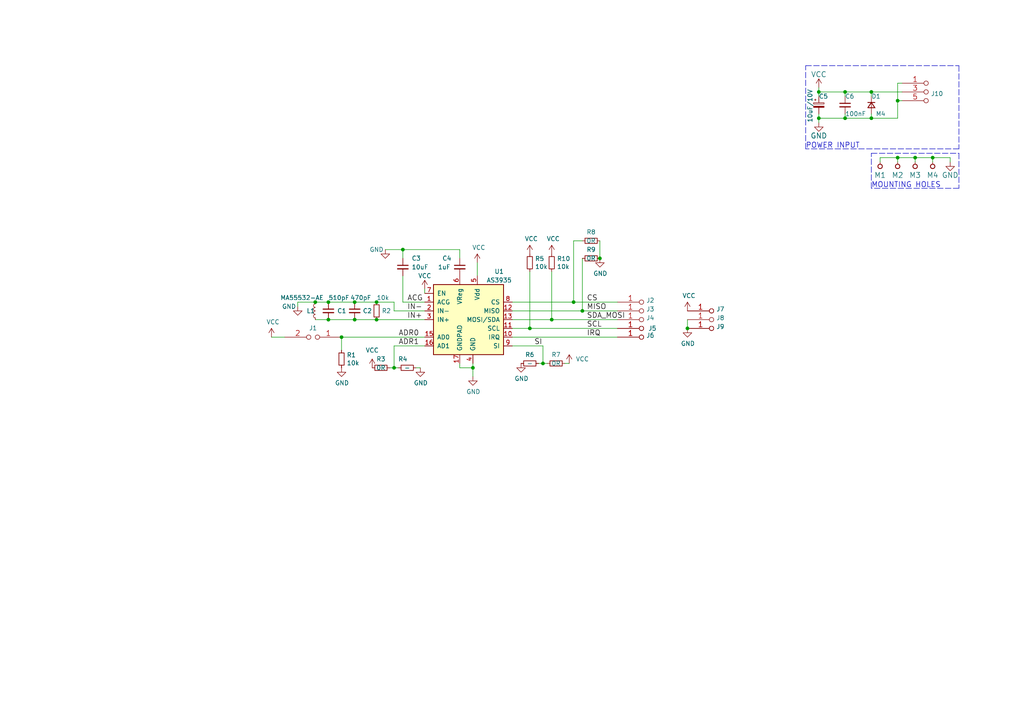
<source format=kicad_sch>
(kicad_sch (version 20211123) (generator eeschema)
  (paper "A4")
  (title_block (title "LIGHTNING01A") (date "2018-03-01") (rev "01A") (company "Mlab www.mlab.cz") (comment 1 "Lightning detection module") (comment 3 "romandvorak@mlab.cz") (comment 4 "Open-source"))
  (lib_symbols
    (symbol "Device:C_Small" (pin_numbers hide) (pin_names (offset 0.254) hide)
      (property "Reference" "C" (at 0.254 1.778 0))
      (property "Value" "C_Small" (at 0.254 -2.032 0))
      (symbol "C_Small_0_1"
        (polyline (pts (xy -1.524 -0.508) (xy 1.524 -0.508)) (stroke (width 0.3302)))
        (polyline (pts (xy -1.524 0.508) (xy 1.524 0.508)) (stroke (width 0.3048)))
      )
      (symbol "C_Small_1_1"
        (pin passive line (at 0 2.54 270) (length 2.032) (name "~") (number "1"))
        (pin passive line (at 0 -2.54 90) (length 2.032) (name "~") (number "2"))
      )
    )
    (symbol "Device:D_Small" (pin_numbers hide) (pin_names (offset 0.254) hide)
      (property "Reference" "D" (at -1.27 2.032 0))
      (property "Value" "D_Small" (at -3.81 -2.032 0))
      (symbol "D_Small_0_1"
        (polyline (pts (xy -0.762 -1.016) (xy -0.762 1.016)) (stroke (width 0.254)))
        (polyline (pts (xy -0.762 0) (xy 0.762 0)))
        (polyline (pts (xy 0.762 -1.016) (xy -0.762 0) (xy 0.762 1.016) (xy 0.762 -1.016)) (stroke (width 0.254)))
      )
      (symbol "D_Small_1_1"
        (pin passive line (at -2.54 0 0) (length 1.778) (name "K") (number "1"))
        (pin passive line (at 2.54 0 180) (length 1.778) (name "A") (number "2"))
      )
    )
    (symbol "Device:L_Small" (pin_numbers hide) (pin_names (offset 0.254) hide)
      (property "Reference" "L" (at 0.762 1.016 0))
      (property "Value" "L_Small" (at 0.762 -1.016 0))
      (symbol "L_Small_0_1"
        (arc (start 0 -2.032) (mid 0.508 -1.524) (end 0 -1.016))
        (arc (start 0 -1.016) (mid 0.508 -0.508) (end 0 0))
        (arc (start 0 0) (mid 0.508 0.508) (end 0 1.016))
        (arc (start 0 1.016) (mid 0.508 1.524) (end 0 2.032))
      )
      (symbol "L_Small_1_1"
        (pin passive line (at 0 2.54 270) (length 0.508) (name "~") (number "1"))
        (pin passive line (at 0 -2.54 90) (length 0.508) (name "~") (number "2"))
      )
    )
    (symbol "Device:R_Small" (pin_numbers hide) (pin_names (offset 0.254) hide)
      (property "Reference" "R" (at 0.762 0.508 0))
      (property "Value" "R_Small" (at 0.762 -1.016 0))
      (symbol "R_Small_0_1"
        (rectangle (start -0.762 1.778) (end 0.762 -1.778) (stroke (width 0.2032)))
      )
      (symbol "R_Small_1_1"
        (pin passive line (at 0 2.54 270) (length 0.762) (name "~") (number "1"))
        (pin passive line (at 0 -2.54 90) (length 0.762) (name "~") (number "2"))
      )
    )
    (symbol "LIGHTNING01A-rescue:AS3935-MLAB_IO-LIGHTNING01A-rescue" (pin_names (offset 1.016))
      (property "Reference" "U" (at 5.08 15.24 0))
      (property "Value" "AS3935-MLAB_IO-LIGHTNING01A-rescue" (at 5.08 12.7 0))
      (symbol "AS3935-MLAB_IO-LIGHTNING01A-rescue_0_1"
        (rectangle (start -10.16 10.16) (end 10.16 -10.16) (stroke (width 0.254)) (fill (type background)))
      )
      (symbol "AS3935-MLAB_IO-LIGHTNING01A-rescue_1_1"
        (pin input line (at -12.7 5.08 0) (length 2.54) (name "ACG") (number "1"))
        (pin bidirectional line (at 12.7 -5.08 180) (length 2.54) (name "IRQ") (number "10"))
        (pin bidirectional line (at 12.7 -2.54 180) (length 2.54) (name "SCL") (number "11"))
        (pin output line (at 12.7 2.54 180) (length 2.54) (name "MISO") (number "12"))
        (pin bidirectional line (at 12.7 0 180) (length 2.54) (name "MOSI/SDA") (number "13"))
        (pin input line (at -12.7 -5.08 0) (length 2.54) (name "AD0") (number "15"))
        (pin input line (at -12.7 -7.62 0) (length 2.54) (name "AD1") (number "16"))
        (pin power_in line (at -2.54 -12.7 90) (length 2.54) (name "GNDPAD") (number "17"))
        (pin input line (at -12.7 2.54 0) (length 2.54) (name "IN-") (number "2"))
        (pin input line (at -12.7 0 0) (length 2.54) (name "IN+") (number "3"))
        (pin power_in line (at 1.27 -12.7 90) (length 2.54) (name "GND") (number "4"))
        (pin power_in line (at 2.54 12.7 270) (length 2.54) (name "Vdd") (number "5"))
        (pin passive line (at -2.54 12.7 270) (length 2.54) (name "VReg") (number "6"))
        (pin input line (at -12.7 7.62 0) (length 2.54) (name "EN") (number "7"))
        (pin input line (at 12.7 5.08 180) (length 2.54) (name "CS") (number "8"))
        (pin input line (at 12.7 -7.62 180) (length 2.54) (name "SI") (number "9"))
      )
    )
    (symbol "LIGHTNING01A-rescue:CP_Small-Device" (pin_numbers hide) (pin_names (offset 0.254) hide)
      (property "Reference" "C" (at 0.254 1.778 0))
      (property "Value" "CP_Small-Device" (at 0.254 -2.032 0))
      (symbol "CP_Small-Device_0_1"
        (rectangle (start -1.524 -0.3048) (end 1.524 -0.6858) (fill (type outline)))
        (rectangle (start -1.524 0.6858) (end 1.524 0.3048))
        (polyline (pts (xy -1.27 1.524) (xy -0.762 1.524)))
        (polyline (pts (xy -1.016 1.27) (xy -1.016 1.778)))
      )
      (symbol "CP_Small-Device_1_1"
        (pin passive line (at 0 2.54 270) (length 1.8542) (name "~") (number "1"))
        (pin passive line (at 0 -2.54 90) (length 1.8542) (name "~") (number "2"))
      )
    )
    (symbol "LIGHTNING01A-rescue:HOLE-MLAB_MECHANICAL-LIGHTNING01A-rescue" (pin_numbers hide) (pin_names (offset 1.016) hide)
      (property "Reference" "M" (at 0 2.54 0))
      (property "Value" "HOLE-MLAB_MECHANICAL-LIGHTNING01A-rescue" (at 0 -2.54 0))
      (symbol "HOLE-MLAB_MECHANICAL-LIGHTNING01A-rescue_0_1"
        (circle (center 0 0) (radius 0.635) (stroke (width 0.254)))
      )
      (symbol "HOLE-MLAB_MECHANICAL-LIGHTNING01A-rescue_1_1"
        (pin input line (at 1.27 0 180) (length 0.635) (name "~") (number "1"))
      )
    )
    (symbol "LIGHTNING01A-rescue:JUMP2_2x1-MLAB_Jumpers-LIGHTNING01A-rescue" (pin_names (offset 1.016) hide)
      (property "Reference" "J" (at -7.62 1.27 0))
      (symbol "JUMP2_2x1-MLAB_Jumpers-LIGHTNING01A-rescue_1_1"
        (pin passive inverted (at 7.62 0 180) (length 7.62) (name "1") (number "1"))
        (pin passive inverted (at -8.89 0 0) (length 7.62) (name "1") (number "2"))
      )
    )
    (symbol "LIGHTNING01A-rescue:JUMP_2x1-MLAB_Jumpers-LIGHTNING01A-rescue" (pin_names (offset 1.016) hide)
      (property "Reference" "J" (at 2.54 1.27 0))
      (symbol "JUMP_2x1-MLAB_Jumpers-LIGHTNING01A-rescue_1_1"
        (pin passive inverted (at 3.81 0 180) (length 7.62) (name "1") (number "1"))
        (pin passive inverted (at 3.81 0 180) (length 7.62) hide (name "1") (number "2"))
      )
    )
    (symbol "LIGHTNING01A-rescue:JUMP_3X2-MLAB_Jumpers-LIGHTNING01A-rescue" (pin_names (offset 1.016) hide)
      (property "Reference" "J" (at -8.89 5.08 0))
      (symbol "JUMP_3X2-MLAB_Jumpers-LIGHTNING01A-rescue_1_1"
        (pin passive inverted (at -10.16 3.81 0) (length 7.62) (name "2") (number "1"))
        (pin passive inverted (at -10.16 3.81 0) (length 7.62) hide (name "2") (number "2"))
        (pin passive inverted (at -10.16 1.27 0) (length 7.62) (name "4") (number "3"))
        (pin passive inverted (at -10.16 1.27 0) (length 7.62) hide (name "4") (number "4"))
        (pin passive inverted (at -10.16 -1.27 0) (length 7.62) (name "6") (number "5"))
        (pin passive inverted (at -10.16 -1.27 0) (length 7.62) hide (name "6") (number "6"))
      )
    )
    (symbol "power:GND" (power) (pin_names (offset 0))
      (property "Value" "GND" (at 0 -3.81 0))
      (symbol "GND_0_1"
        (polyline (pts (xy 0 0) (xy 0 -1.27) (xy 1.27 -1.27) (xy 0 -2.54) (xy -1.27 -1.27) (xy 0 -1.27)))
      )
      (symbol "GND_1_1"
        (pin power_in line (at 0 0 270) (length 0) hide (name "GND") (number "1"))
      )
    )
    (symbol "power:VCC" (power) (pin_names (offset 0))
      (property "Value" "VCC" (at 0 3.81 0))
      (symbol "VCC_0_1"
        (polyline (pts (xy -0.762 1.27) (xy 0 2.54)))
        (polyline (pts (xy 0 0) (xy 0 2.54)))
        (polyline (pts (xy 0 2.54) (xy 0.762 1.27)))
      )
      (symbol "VCC_1_1"
        (pin power_in line (at 0 0 90) (length 0) hide (name "VCC") (number "1"))
      )
    )
  )
  (junction (at 95.25 87.63))
  (junction (at 102.87 87.63))
  (junction (at 260.35 45.72))
  (junction (at 252.73 34.29))
  (junction (at 252.73 26.67))
  (junction (at 109.22 87.63))
  (junction (at 245.11 34.29))
  (junction (at 260.35 29.21))
  (junction (at 237.49 26.67))
  (junction (at 237.49 34.29))
  (junction (at 160.02 92.71))
  (junction (at 95.25 92.71))
  (junction (at 102.87 92.71))
  (junction (at 265.43 45.72))
  (junction (at 173.99 74.93))
  (junction (at 199.39 95.25))
  (junction (at 153.67 95.25))
  (junction (at 116.84 72.39))
  (junction (at 114.3 106.68))
  (junction (at 157.48 105.41))
  (junction (at 91.44 87.63))
  (junction (at 109.22 92.71))
  (junction (at 99.06 97.79))
  (junction (at 166.37 87.63))
  (junction (at 270.51 45.72))
  (junction (at 137.16 106.68))
  (junction (at 245.11 26.67))
  (junction (at 168.91 90.17))
  (wire (pts (xy 86.36 87.63) (xy 91.44 87.63)))
  (polyline (pts (xy 278.13 19.05) (xy 278.13 43.18)))
  (wire (pts (xy 114.3 106.68) (xy 114.3 100.33)))
  (wire (pts (xy 237.49 26.67) (xy 237.49 27.94)))
  (wire (pts (xy 133.35 106.68) (xy 133.35 105.41)))
  (wire (pts (xy 237.49 25.4) (xy 237.49 26.67)))
  (wire (pts (xy 166.37 87.63) (xy 166.37 69.85)))
  (wire (pts (xy 115.57 106.68) (xy 114.3 106.68)))
  (wire (pts (xy 102.87 92.71) (xy 109.22 92.71)))
  (wire (pts (xy 114.3 106.68) (xy 113.03 106.68)))
  (wire (pts (xy 158.75 105.41) (xy 157.48 105.41)))
  (wire (pts (xy 252.73 33.02) (xy 252.73 34.29)))
  (wire (pts (xy 270.51 45.72) (xy 265.43 45.72)))
  (wire (pts (xy 157.48 105.41) (xy 156.21 105.41)))
  (wire (pts (xy 116.84 87.63) (xy 123.19 87.63)))
  (wire (pts (xy 121.92 106.68) (xy 120.65 106.68)))
  (wire (pts (xy 148.59 97.79) (xy 179.07 97.79)))
  (wire (pts (xy 114.3 100.33) (xy 123.19 100.33)))
  (wire (pts (xy 102.87 87.63) (xy 109.22 87.63)))
  (wire (pts (xy 275.59 45.72) (xy 270.51 45.72)))
  (wire (pts (xy 252.73 27.94) (xy 252.73 26.67)))
  (polyline (pts (xy 233.68 19.05) (xy 278.13 19.05)))
  (wire (pts (xy 166.37 87.63) (xy 179.07 87.63)))
  (wire (pts (xy 148.59 92.71) (xy 160.02 92.71)))
  (wire (pts (xy 91.44 87.63) (xy 95.25 87.63)))
  (wire (pts (xy 261.62 29.21) (xy 260.35 29.21)))
  (wire (pts (xy 245.11 27.94) (xy 245.11 26.67)))
  (wire (pts (xy 245.11 26.67) (xy 237.49 26.67)))
  (wire (pts (xy 153.67 95.25) (xy 179.07 95.25)))
  (wire (pts (xy 114.3 90.17) (xy 114.3 87.63)))
  (wire (pts (xy 137.16 106.68) (xy 137.16 109.22)))
  (wire (pts (xy 148.59 90.17) (xy 168.91 90.17)))
  (wire (pts (xy 260.35 46.99) (xy 260.35 45.72)))
  (polyline (pts (xy 252.73 44.45) (xy 278.13 44.45)))
  (wire (pts (xy 261.62 24.13) (xy 260.35 24.13)))
  (wire (pts (xy 95.25 87.63) (xy 102.87 87.63)))
  (polyline (pts (xy 252.73 54.61) (xy 252.73 44.45)))
  (polyline (pts (xy 278.13 54.61) (xy 252.73 54.61)))
  (wire (pts (xy 91.44 92.71) (xy 95.25 92.71)))
  (wire (pts (xy 95.25 92.71) (xy 102.87 92.71)))
  (polyline (pts (xy 233.68 43.18) (xy 233.68 19.05)))
  (wire (pts (xy 157.48 100.33) (xy 157.48 105.41)))
  (wire (pts (xy 109.22 87.63) (xy 114.3 87.63)))
  (wire (pts (xy 255.27 45.72) (xy 255.27 46.99)))
  (wire (pts (xy 138.43 80.01) (xy 138.43 76.2)))
  (wire (pts (xy 148.59 95.25) (xy 153.67 95.25)))
  (wire (pts (xy 265.43 46.99) (xy 265.43 45.72)))
  (wire (pts (xy 99.06 101.6) (xy 99.06 97.79)))
  (wire (pts (xy 137.16 105.41) (xy 137.16 106.68)))
  (wire (pts (xy 133.35 106.68) (xy 137.16 106.68)))
  (wire (pts (xy 148.59 87.63) (xy 166.37 87.63)))
  (wire (pts (xy 99.06 97.79) (xy 123.19 97.79)))
  (wire (pts (xy 260.35 29.21) (xy 260.35 34.29)))
  (wire (pts (xy 237.49 33.02) (xy 237.49 34.29)))
  (wire (pts (xy 275.59 46.99) (xy 275.59 45.72)))
  (wire (pts (xy 261.62 26.67) (xy 252.73 26.67)))
  (wire (pts (xy 160.02 78.74) (xy 160.02 92.71)))
  (wire (pts (xy 245.11 34.29) (xy 237.49 34.29)))
  (wire (pts (xy 265.43 45.72) (xy 260.35 45.72)))
  (wire (pts (xy 133.35 72.39) (xy 116.84 72.39)))
  (wire (pts (xy 133.35 74.93) (xy 133.35 72.39)))
  (wire (pts (xy 86.36 87.63) (xy 86.36 88.9)))
  (wire (pts (xy 237.49 34.29) (xy 237.49 35.56)))
  (wire (pts (xy 123.19 85.09) (xy 123.19 83.82)))
  (wire (pts (xy 168.91 90.17) (xy 179.07 90.17)))
  (wire (pts (xy 153.67 78.74) (xy 153.67 95.25)))
  (wire (pts (xy 116.84 74.93) (xy 116.84 72.39)))
  (wire (pts (xy 260.35 45.72) (xy 255.27 45.72)))
  (wire (pts (xy 114.3 90.17) (xy 123.19 90.17)))
  (wire (pts (xy 270.51 46.99) (xy 270.51 45.72)))
  (wire (pts (xy 252.73 34.29) (xy 245.11 34.29)))
  (wire (pts (xy 252.73 26.67) (xy 245.11 26.67)))
  (wire (pts (xy 168.91 74.93) (xy 168.91 90.17)))
  (wire (pts (xy 82.55 97.79) (xy 78.74 97.79)))
  (wire (pts (xy 260.35 34.29) (xy 252.73 34.29)))
  (polyline (pts (xy 278.13 43.18) (xy 233.68 43.18)))
  (wire (pts (xy 163.83 105.41) (xy 165.1 105.41)))
  (wire (pts (xy 160.02 92.71) (xy 179.07 92.71)))
  (wire (pts (xy 173.99 74.93) (xy 173.99 69.85)))
  (wire (pts (xy 245.11 33.02) (xy 245.11 34.29)))
  (wire (pts (xy 166.37 69.85) (xy 168.91 69.85)))
  (polyline (pts (xy 278.13 44.45) (xy 278.13 54.61)))
  (wire (pts (xy 199.39 92.71) (xy 199.39 95.25)))
  (wire (pts (xy 116.84 72.39) (xy 111.76 72.39)))
  (wire (pts (xy 116.84 80.01) (xy 116.84 87.63)))
  (wire (pts (xy 148.59 100.33) (xy 157.48 100.33)))
  (wire (pts (xy 260.35 24.13) (xy 260.35 29.21)))
  (wire (pts (xy 109.22 92.71) (xy 123.19 92.71)))
  (text "MOUNTING HOLES" (at 252.73 54.61 0) (effects (font (size 1.524 1.524)) (justify left bottom)))
  (text "POWER INPUT" (at 233.68 43.18 0) (effects (font (size 1.524 1.524)) (justify left bottom)))
  (label "MISO" (at 170.18 90.17 0) (effects (font (size 1.524 1.524))))
  (label "IN-" (at 118.11 90.17 0) (effects (font (size 1.524 1.524))))
  (label "SI" (at 154.94 100.33 0) (effects (font (size 1.524 1.524))))
  (label "ADR1" (at 115.57 100.33 0) (effects (font (size 1.524 1.524))))
  (label "ACG" (at 118.11 87.63 0) (effects (font (size 1.524 1.524))))
  (label "ADR0" (at 115.57 97.79 0) (effects (font (size 1.524 1.524))))
  (label "SCL" (at 170.18 95.25 0) (effects (font (size 1.524 1.524))))
  (label "IRQ" (at 170.18 97.79 0) (effects (font (size 1.524 1.524))))
  (label "IN+" (at 118.11 92.71 0) (effects (font (size 1.524 1.524))))
  (label "SDA_MOSI" (at 170.18 92.71 0) (effects (font (size 1.524 1.524))))
  (label "CS" (at 170.18 87.63 0) (effects (font (size 1.524 1.524))))
  (symbol (lib_id "power:VCC") (at 237.49 25.4 0) (unit 1)
    (property "Reference" "#PWR015" (effects hide))
    (property "Value" "VCC" (at 237.49 21.59 0) (effects (font (size 1.524 1.524))))
  )
  (symbol (lib_id "power:GND") (at 237.49 35.56 0) (unit 1)
    (property "Reference" "#PWR016" (effects hide))
    (property "Value" "GND" (at 237.49 39.37 0) (effects (font (size 1.524 1.524))))
  )
  (symbol (lib_id "LIGHTNING01A-rescue:HOLE-MLAB_MECHANICAL-LIGHTNING01A-rescue") (at 255.27 48.26 90) (unit 1)
    (property "Reference" "M1" (at 255.27 50.8 90) (effects (font (size 1.524 1.524))))
    (property "Value" "HOLE" (effects hide))
    (property "Footprint" "Mlab_Mechanical:MountingHole_3mm" (effects hide))
  )
  (symbol (lib_id "LIGHTNING01A-rescue:HOLE-MLAB_MECHANICAL-LIGHTNING01A-rescue") (at 260.35 48.26 90) (unit 1)
    (property "Reference" "M2" (at 260.35 50.8 90) (effects (font (size 1.524 1.524))))
    (property "Value" "HOLE" (effects hide))
    (property "Footprint" "Mlab_Mechanical:MountingHole_3mm" (effects hide))
  )
  (symbol (lib_id "LIGHTNING01A-rescue:HOLE-MLAB_MECHANICAL-LIGHTNING01A-rescue") (at 265.43 48.26 90) (unit 1)
    (property "Reference" "M3" (at 265.43 50.8 90) (effects (font (size 1.524 1.524))))
    (property "Value" "HOLE" (effects hide))
    (property "Footprint" "Mlab_Mechanical:MountingHole_3mm" (effects hide))
  )
  (symbol (lib_id "LIGHTNING01A-rescue:HOLE-MLAB_MECHANICAL-LIGHTNING01A-rescue") (at 270.51 48.26 90) (unit 1)
    (property "Reference" "M4" (at 270.51 50.8 90) (effects (font (size 1.524 1.524))))
    (property "Value" "HOLE" (effects hide))
    (property "Footprint" "Mlab_Mechanical:MountingHole_3mm" (effects hide))
  )
  (symbol (lib_id "power:GND") (at 275.59 46.99 0) (unit 1)
    (property "Reference" "#PWR017" (effects hide))
    (property "Value" "GND" (at 275.59 50.8 0) (effects (font (size 1.524 1.524))))
  )
  (symbol (lib_id "Device:D_Small") (at 252.73 30.48 90) (mirror x) (unit 1)
    (property "Reference" "D1" (at 252.73 27.94 90) (effects (justify right)))
    (property "Value" "M4" (at 254 33.02 90) (effects (justify right)))
    (property "Footprint" "Mlab_D:Diode-MELF_Standard" (effects hide))
  )
  (symbol (lib_id "Device:C_Small") (at 245.11 30.48 0) (unit 1)
    (property "Reference" "C6" (at 245.11 27.94 0) (effects (justify left)))
    (property "Value" "100nF" (at 245.11 33.02 0) (effects (justify left)))
    (property "Footprint" "Mlab_R:SMD-0805" (effects hide))
  )
  (symbol (lib_id "LIGHTNING01A-rescue:CP_Small-Device") (at 237.49 30.48 0) (unit 1)
    (property "Reference" "C5" (at 237.49 27.94 0) (effects (justify left)))
    (property "Value" "10uF/10V" (at 234.95 35.56 90) (effects (justify left)))
    (property "Footprint" "Mlab_R:SMD-0805" (effects hide))
  )
  (symbol (lib_id "LIGHTNING01A-rescue:AS3935-MLAB_IO-LIGHTNING01A-rescue") (at 135.89 92.71 0) (unit 1)
    (property "Reference" "U1" (at 144.78 78.74 0))
    (property "Value" "AS3935" (at 144.78 81.28 0))
    (property "Footprint" "Mlab_IO:MLPQ-16" (effects hide))
    (property "Datasheet" "http://ams.com/eng/content/download/249847/974777/143418" (effects hide))
    (property "comp" "AS3935" (effects hide))
  )
  (symbol (lib_id "Device:C_Small") (at 102.87 90.17 0) (unit 1)
    (property "Reference" "C2" (at 105.2068 90.17 0) (effects (justify left)))
    (property "Value" "470pF" (at 101.6 86.36 0) (effects (justify left)))
    (property "Footprint" "Mlab_R:SMD-0805" (effects hide))
  )
  (symbol (lib_id "Device:R_Small") (at 109.22 90.17 0) (unit 1)
    (property "Reference" "R2" (at 110.7186 90.17 0) (effects (justify left)))
    (property "Value" "10k" (at 109.22 86.36 0) (effects (justify left)))
    (property "Footprint" "Mlab_R:SMD-0805" (effects hide))
  )
  (symbol (lib_id "Device:L_Small") (at 91.44 90.17 180) (unit 1)
    (property "Reference" "L1" (at 88.9 90.17 0) (effects (justify right)))
    (property "Value" "MA55532-AE" (at 81.28 86.36 0) (effects (justify right)))
    (property "Footprint" "Mlab_L:Coilcraft_MA5532-AE_RFID" (effects hide))
  )
  (symbol (lib_id "power:GND") (at 121.92 106.68 0) (unit 1)
    (property "Reference" "#PWR05" (effects hide))
    (property "Value" "GND" (at 122.047 111.0742 0))
  )
  (symbol (lib_id "power:GND") (at 99.06 106.68 0) (unit 1)
    (property "Reference" "#PWR02" (effects hide))
    (property "Value" "GND" (at 99.187 111.0742 0))
  )
  (symbol (lib_id "power:VCC") (at 107.95 106.68 0) (unit 1)
    (property "Reference" "#PWR03" (effects hide))
    (property "Value" "VCC" (at 107.95 101.6 0))
  )
  (symbol (lib_id "Device:R_Small") (at 110.49 106.68 270) (unit 1)
    (property "Reference" "R3" (at 110.49 104.14 90))
    (property "Value" "0R" (at 110.49 106.68 90))
    (property "Footprint" "Mlab_R:SMD-0805" (effects hide))
    (property "Hodnota_i2c" "0R" (effects hide))
    (property "Hodnota_spi" "-" (effects hide))
  )
  (symbol (lib_id "Device:R_Small") (at 118.11 106.68 270) (unit 1)
    (property "Reference" "R4" (at 116.84 104.14 90))
    (property "Value" "-" (at 118.11 106.68 90))
    (property "Footprint" "Mlab_R:SMD-0805" (effects hide))
    (property "Hodnota_i2c" "-" (effects hide))
    (property "Hodnota_spi" "0R" (effects hide))
  )
  (symbol (lib_id "Device:R_Small") (at 99.06 104.14 0) (unit 1)
    (property "Reference" "R1" (at 100.5586 102.9716 0) (effects (justify left)))
    (property "Value" "10k" (at 100.5586 105.283 0) (effects (justify left)))
    (property "Footprint" "Mlab_R:SMD-0805" (effects hide))
  )
  (symbol (lib_id "power:VCC") (at 78.74 97.79 0) (unit 1)
    (property "Reference" "#PWR01" (effects hide))
    (property "Value" "VCC" (at 79.1718 93.3958 0))
  )
  (symbol (lib_id "power:VCC") (at 138.43 76.2 0) (unit 1)
    (property "Reference" "#PWR08" (effects hide))
    (property "Value" "VCC" (at 138.8618 71.8058 0))
  )
  (symbol (lib_id "power:GND") (at 111.76 72.39 0) (unit 1)
    (property "Reference" "#PWR04" (effects hide))
    (property "Value" "GND" (at 109.22 72.39 0))
  )
  (symbol (lib_id "Device:C_Small") (at 116.84 77.47 0) (unit 1)
    (property "Reference" "C3" (at 119.38 74.93 0) (effects (justify left)))
    (property "Value" "10uF" (at 119.38 77.47 0) (effects (justify left)))
    (property "Footprint" "Mlab_R:SMD-0805" (effects hide))
    (property "comp" "C0805_10u" (effects hide))
  )
  (symbol (lib_id "power:GND") (at 137.16 109.22 0) (unit 1)
    (property "Reference" "#PWR07" (effects hide))
    (property "Value" "GND" (at 137.287 113.6142 0))
  )
  (symbol (lib_id "power:VCC") (at 123.19 83.82 0) (unit 1)
    (property "Reference" "#PWR06" (effects hide))
    (property "Value" "VCC" (at 123.19 80.01 0))
  )
  (symbol (lib_id "Device:C_Small") (at 133.35 77.47 0) (unit 1)
    (property "Reference" "C4" (at 128.27 74.93 0) (effects (justify left)))
    (property "Value" "1uF" (at 127 77.47 0) (effects (justify left)))
    (property "Footprint" "Mlab_R:SMD-0805" (effects hide))
    (property "comp" "C0805_1u" (effects hide))
  )
  (symbol (lib_id "power:VCC") (at 165.1 105.41 0) (unit 1)
    (property "Reference" "#PWR011" (effects hide))
    (property "Value" "VCC" (at 168.91 104.14 0))
  )
  (symbol (lib_id "power:GND") (at 151.13 105.41 0) (unit 1)
    (property "Reference" "#PWR09" (effects hide))
    (property "Value" "GND" (at 151.257 109.8042 0))
  )
  (symbol (lib_id "Device:R_Small") (at 153.67 105.41 270) (unit 1)
    (property "Reference" "R6" (at 153.67 102.87 90))
    (property "Value" "-" (at 153.67 105.41 90))
    (property "Footprint" "Mlab_R:SMD-0805" (effects hide))
    (property "Hodnota_i2c" "-" (effects hide))
    (property "Hodnota_spi" "0R" (effects hide))
  )
  (symbol (lib_id "Device:R_Small") (at 161.29 105.41 270) (unit 1)
    (property "Reference" "R7" (at 161.29 102.87 90))
    (property "Value" "0R" (at 161.29 105.41 90))
    (property "Footprint" "Mlab_R:SMD-0805" (effects hide))
    (property "Hodnota_i2c" "0R" (effects hide))
    (property "Hodnota_spi" "-" (effects hide))
  )
  (symbol (lib_id "Device:C_Small") (at 95.25 90.17 0) (unit 1)
    (property "Reference" "C1" (at 97.79 90.17 0) (effects (justify left)))
    (property "Value" "510pF" (at 95.25 86.36 0) (effects (justify left)))
    (property "Footprint" "Mlab_R:SMD-0805" (effects hide))
  )
  (symbol (lib_id "power:GND") (at 173.99 74.93 0) (unit 1)
    (property "Reference" "#PWR012" (effects hide))
    (property "Value" "GND" (at 174.117 79.3242 0))
  )
  (symbol (lib_id "Device:R_Small") (at 171.45 74.93 270) (unit 1)
    (property "Reference" "R9" (at 171.45 72.39 90))
    (property "Value" "0R" (at 171.45 74.93 90))
    (property "Footprint" "Mlab_R:SMD-0805" (effects hide))
  )
  (symbol (lib_id "Device:R_Small") (at 160.02 76.2 0) (unit 1)
    (property "Reference" "R10" (at 161.5186 75.0316 0) (effects (justify left)))
    (property "Value" "10k" (at 161.5186 77.343 0) (effects (justify left)))
    (property "Footprint" "Mlab_R:SMD-0805" (effects hide))
  )
  (symbol (lib_id "power:VCC") (at 160.02 73.66 0) (unit 1)
    (property "Reference" "#PWR0101" (effects hide))
    (property "Value" "VCC" (at 160.4518 69.2658 0))
  )
  (symbol (lib_id "Device:R_Small") (at 171.45 69.85 270) (unit 1)
    (property "Reference" "R8" (at 171.45 67.31 90))
    (property "Value" "0R" (at 171.45 69.85 90))
    (property "Footprint" "Mlab_R:SMD-0805" (effects hide))
  )
  (symbol (lib_id "Device:R_Small") (at 153.67 76.2 0) (unit 1)
    (property "Reference" "R5" (at 155.1686 75.0316 0) (effects (justify left)))
    (property "Value" "10k" (at 155.1686 77.343 0) (effects (justify left)))
    (property "Footprint" "Mlab_R:SMD-0805" (effects hide))
  )
  (symbol (lib_id "power:VCC") (at 153.67 73.66 0) (unit 1)
    (property "Reference" "#PWR010" (effects hide))
    (property "Value" "VCC" (at 154.1018 69.2658 0))
  )
  (symbol (lib_id "LIGHTNING01A-rescue:JUMP_2x1-MLAB_Jumpers-LIGHTNING01A-rescue") (at 182.88 87.63 180) (unit 1)
    (property "Reference" "J2" (at 187.4266 87.122 0) (effects (justify right)))
    (property "Value" "JUMP_2x1" (effects hide))
    (property "Footprint" "Mlab_Pin_Headers:Straight_2x01" (effects hide))
  )
  (symbol (lib_id "LIGHTNING01A-rescue:JUMP_2x1-MLAB_Jumpers-LIGHTNING01A-rescue") (at 182.88 90.17 180) (unit 1)
    (property "Reference" "J3" (at 187.4266 89.662 0) (effects (justify right)))
    (property "Value" "JUMP_2x1" (effects hide))
    (property "Footprint" "Mlab_Pin_Headers:Straight_2x01" (effects hide))
  )
  (symbol (lib_id "LIGHTNING01A-rescue:JUMP_2x1-MLAB_Jumpers-LIGHTNING01A-rescue") (at 182.88 92.71 180) (unit 1)
    (property "Reference" "J4" (at 187.4266 92.202 0) (effects (justify right)))
    (property "Value" "JUMP_2x1" (effects hide))
    (property "Footprint" "Mlab_Pin_Headers:Straight_2x01" (effects hide))
  )
  (symbol (lib_id "LIGHTNING01A-rescue:JUMP_2x1-MLAB_Jumpers-LIGHTNING01A-rescue") (at 182.88 95.25 180) (unit 1)
    (property "Reference" "J5" (at 189.23 95.25 0))
    (property "Value" "JUMP_2x1" (effects hide))
    (property "Footprint" "Mlab_Pin_Headers:Straight_2x01" (effects hide))
  )
  (symbol (lib_id "LIGHTNING01A-rescue:JUMP_2x1-MLAB_Jumpers-LIGHTNING01A-rescue") (at 182.88 97.79 180) (unit 1)
    (property "Reference" "J6" (at 187.4266 97.282 0) (effects (justify right)))
    (property "Value" "JUMP_2x1" (effects hide))
    (property "Footprint" "Mlab_Pin_Headers:Straight_2x01" (effects hide))
  )
  (symbol (lib_id "LIGHTNING01A-rescue:JUMP2_2x1-MLAB_Jumpers-LIGHTNING01A-rescue") (at 91.44 97.79 0) (unit 1)
    (property "Reference" "J1" (at 90.805 95.1484 0))
    (property "Value" "JUMP2_2x1" (effects hide))
    (property "Footprint" "Mlab_Pin_Headers:Straight_2x01" (effects hide))
  )
  (symbol (lib_id "LIGHTNING01A-rescue:JUMP_3X2-MLAB_Jumpers-LIGHTNING01A-rescue") (at 271.78 27.94 0) (unit 1)
    (property "Reference" "J10" (at 269.9766 27.178 0) (effects (justify left)))
    (property "Value" "JUMP_3X2" (effects hide))
    (property "Footprint" "Mlab_Pin_Headers:Straight_2x03" (effects hide))
  )
  (symbol (lib_id "power:GND") (at 86.36 88.9 0) (unit 1)
    (property "Reference" "#PWR0102" (effects hide))
    (property "Value" "GND" (at 83.82 88.9 0))
  )
  (symbol (lib_id "LIGHTNING01A-rescue:JUMP_2x1-MLAB_Jumpers-LIGHTNING01A-rescue") (at 203.2 90.17 180) (unit 1)
    (property "Reference" "J7" (at 207.7466 89.662 0) (effects (justify right)))
    (property "Value" "JUMP_2x1" (effects hide))
    (property "Footprint" "Mlab_Pin_Headers:Straight_2x01" (effects hide))
  )
  (symbol (lib_id "LIGHTNING01A-rescue:JUMP_2x1-MLAB_Jumpers-LIGHTNING01A-rescue") (at 203.2 92.71 180) (unit 1)
    (property "Reference" "J8" (at 207.7466 92.202 0) (effects (justify right)))
    (property "Value" "JUMP_2x1" (effects hide))
    (property "Footprint" "Mlab_Pin_Headers:Straight_2x01" (effects hide))
  )
  (symbol (lib_id "LIGHTNING01A-rescue:JUMP_2x1-MLAB_Jumpers-LIGHTNING01A-rescue") (at 203.2 95.25 180) (unit 1)
    (property "Reference" "J9" (at 207.7466 94.742 0) (effects (justify right)))
    (property "Value" "JUMP_2x1" (effects hide))
    (property "Footprint" "Mlab_Pin_Headers:Straight_2x01" (effects hide))
  )
  (symbol (lib_id "power:VCC") (at 199.39 90.17 0) (unit 1)
    (property "Reference" "#PWR013" (effects hide))
    (property "Value" "VCC" (at 199.8218 85.7758 0))
  )
  (symbol (lib_id "power:GND") (at 199.39 95.25 0) (unit 1)
    (property "Reference" "#PWR014" (effects hide))
    (property "Value" "GND" (at 199.517 99.6442 0))
  )
)
</source>
